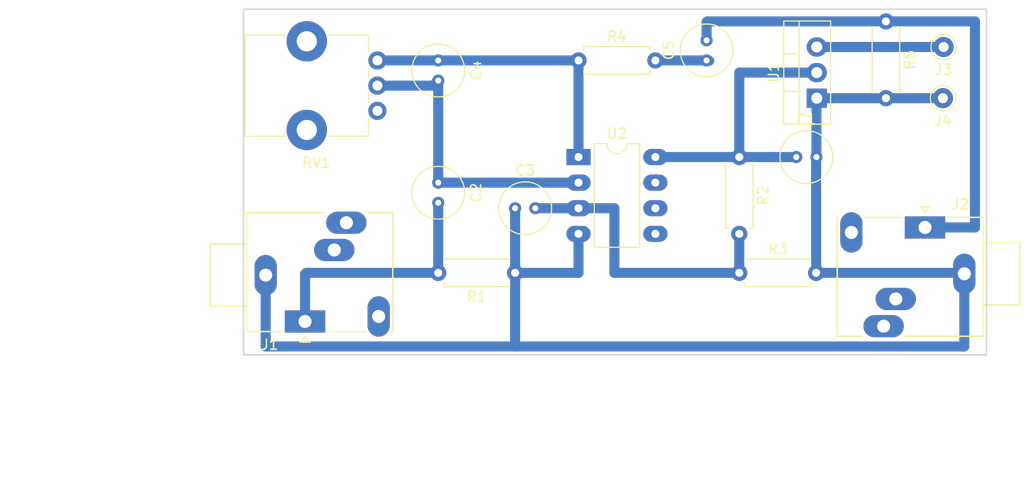
<source format=kicad_pcb>
(kicad_pcb (version 20171130) (host pcbnew 5.0.1-33cea8e~68~ubuntu18.04.1)

  (general
    (thickness 1.6)
    (drawings 10)
    (tracks 56)
    (zones 0)
    (modules 17)
    (nets 17)
  )

  (page A4)
  (layers
    (0 F.Cu signal)
    (31 B.Cu signal)
    (32 B.Adhes user)
    (33 F.Adhes user)
    (34 B.Paste user)
    (35 F.Paste user)
    (36 B.SilkS user)
    (37 F.SilkS user)
    (38 B.Mask user)
    (39 F.Mask user)
    (40 Dwgs.User user)
    (41 Cmts.User user)
    (42 Eco1.User user)
    (43 Eco2.User user)
    (44 Edge.Cuts user)
    (45 Margin user)
    (46 B.CrtYd user)
    (47 F.CrtYd user)
    (48 B.Fab user)
    (49 F.Fab user)
  )

  (setup
    (last_trace_width 1)
    (trace_clearance 0.2)
    (zone_clearance 0.508)
    (zone_45_only no)
    (trace_min 0.2)
    (segment_width 0.2)
    (edge_width 0.15)
    (via_size 0.8)
    (via_drill 0.4)
    (via_min_size 0.4)
    (via_min_drill 0.3)
    (uvia_size 0.3)
    (uvia_drill 0.1)
    (uvias_allowed no)
    (uvia_min_size 0.2)
    (uvia_min_drill 0.1)
    (pcb_text_width 0.3)
    (pcb_text_size 1.5 1.5)
    (mod_edge_width 0.15)
    (mod_text_size 1 1)
    (mod_text_width 0.15)
    (pad_size 1.524 1.524)
    (pad_drill 0.762)
    (pad_to_mask_clearance 0.051)
    (solder_mask_min_width 0.25)
    (aux_axis_origin 50.8 152.4)
    (visible_elements FFFFFF7F)
    (pcbplotparams
      (layerselection 0x010fc_ffffffff)
      (usegerberextensions false)
      (usegerberattributes false)
      (usegerberadvancedattributes false)
      (creategerberjobfile false)
      (excludeedgelayer true)
      (linewidth 0.100000)
      (plotframeref false)
      (viasonmask false)
      (mode 1)
      (useauxorigin false)
      (hpglpennumber 1)
      (hpglpenspeed 20)
      (hpglpendiameter 15.000000)
      (psnegative false)
      (psa4output false)
      (plotreference true)
      (plotvalue true)
      (plotinvisibletext false)
      (padsonsilk false)
      (subtractmaskfromsilk false)
      (outputformat 1)
      (mirror false)
      (drillshape 1)
      (scaleselection 1)
      (outputdirectory ""))
  )

  (net 0 "")
  (net 1 "Net-(C1-Pad1)")
  (net 2 GND)
  (net 3 "Net-(C2-Pad2)")
  (net 4 "Net-(C2-Pad1)")
  (net 5 "Net-(C3-Pad2)")
  (net 6 "Net-(C4-Pad1)")
  (net 7 "Net-(C5-Pad1)")
  (net 8 "Net-(C5-Pad2)")
  (net 9 "Net-(J1-PadTN)")
  (net 10 "Net-(J1-PadRN)")
  (net 11 "Net-(J1-PadR)")
  (net 12 "Net-(J2-PadR)")
  (net 13 "Net-(J2-PadRN)")
  (net 14 "Net-(J2-PadTN)")
  (net 15 "Net-(J3-Pad1)")
  (net 16 "Net-(RV1-Pad3)")

  (net_class Default "This is the default net class."
    (clearance 0.2)
    (trace_width 1)
    (via_dia 0.8)
    (via_drill 0.4)
    (uvia_dia 0.3)
    (uvia_drill 0.1)
    (add_net GND)
    (add_net "Net-(C1-Pad1)")
    (add_net "Net-(C2-Pad1)")
    (add_net "Net-(C2-Pad2)")
    (add_net "Net-(C3-Pad2)")
    (add_net "Net-(C4-Pad1)")
    (add_net "Net-(C5-Pad1)")
    (add_net "Net-(C5-Pad2)")
    (add_net "Net-(J1-PadR)")
    (add_net "Net-(J1-PadRN)")
    (add_net "Net-(J1-PadTN)")
    (add_net "Net-(J2-PadR)")
    (add_net "Net-(J2-PadRN)")
    (add_net "Net-(J2-PadTN)")
    (add_net "Net-(J3-Pad1)")
    (add_net "Net-(RV1-Pad3)")
  )

  (module Connector_Audio:StereoJack_3.5mm_Switch_Ledino_KB3SPRS_Horizontal (layer F.Cu) (tedit 5BD60989) (tstamp 5BEA1E26)
    (at 118.364 139.7635 180)
    (descr https://www.reichelt.de/index.html?ACTION=7&LA=3&OPEN=0&INDEX=0&FILENAME=C160%252FKB3SPRS.pdf)
    (tags "jack stereo TRS")
    (path /5BD6A224)
    (fp_text reference J2 (at -3.5 2.3 180) (layer F.SilkS)
      (effects (font (size 1 1) (thickness 0.15)))
    )
    (fp_text value Output (at 2.3 -12.2 180) (layer F.Fab)
      (effects (font (size 1 1) (thickness 0.15)))
    )
    (fp_circle (center 0.1 -1.75) (end 0.4 -1.55) (layer F.Fab) (width 0.12))
    (fp_line (start 9.1 2) (end 9.1 -11.4) (layer F.CrtYd) (width 0.05))
    (fp_line (start -9.8 -11.4) (end -9.8 2) (layer F.CrtYd) (width 0.05))
    (fp_line (start -9.4 -1.5) (end -5.8 -1.5) (layer F.SilkS) (width 0.15))
    (fp_line (start -9.4 -7.7) (end -9.4 -1.5) (layer F.SilkS) (width 0.15))
    (fp_line (start -5.8 -7.7) (end -9.4 -7.7) (layer F.SilkS) (width 0.15))
    (fp_line (start -5.8 1) (end -5.8 -10.8) (layer F.SilkS) (width 0.15))
    (fp_line (start -2.25 1) (end -5.8 1) (layer F.SilkS) (width 0.15))
    (fp_line (start 6 1) (end 2.25 1) (layer F.SilkS) (width 0.15))
    (fp_line (start 8.7 1) (end 8.6 1) (layer F.SilkS) (width 0.15))
    (fp_line (start 8.7 -10.8) (end 8.7 1) (layer F.SilkS) (width 0.15))
    (fp_line (start 6.3 -10.8) (end 8.7 -10.8) (layer F.SilkS) (width 0.15))
    (fp_line (start -5.8 -10.8) (end 1.95 -10.8) (layer F.SilkS) (width 0.15))
    (fp_line (start 9.1 -11.4) (end -9.8 -11.4) (layer F.CrtYd) (width 0.05))
    (fp_line (start -9.8 2) (end 9.1 2) (layer F.CrtYd) (width 0.05))
    (fp_line (start 8.6 -10.7) (end -5.7 -10.7) (layer F.Fab) (width 0.1))
    (fp_line (start 8.6 0.9) (end 8.6 -10.7) (layer F.Fab) (width 0.1))
    (fp_line (start -5.7 0.9) (end 8.6 0.9) (layer F.Fab) (width 0.1))
    (fp_line (start -5.7 -10.7) (end -5.7 0.9) (layer F.Fab) (width 0.1))
    (fp_line (start -9.3 -7.6) (end -5.7 -7.6) (layer F.Fab) (width 0.1))
    (fp_line (start -9.3 -1.6) (end -5.7 -1.6) (layer F.Fab) (width 0.1))
    (fp_line (start -9.3 -7.6) (end -9.3 -1.6) (layer F.Fab) (width 0.1))
    (fp_line (start 0 1.5) (end -0.5 2.05) (layer F.SilkS) (width 0.12))
    (fp_line (start -0.5 2.05) (end 0.5 2.05) (layer F.SilkS) (width 0.12))
    (fp_line (start 0.5 2.05) (end 0 1.5) (layer F.SilkS) (width 0.12))
    (fp_text user %R (at 2.7 -4.6 180) (layer F.Fab)
      (effects (font (size 1 1) (thickness 0.15)))
    )
    (pad S thru_hole oval (at -3.9 -4.6 180) (size 2.2 4) (drill 1.3) (layers *.Cu *.Mask)
      (net 2 GND))
    (pad R thru_hole oval (at 4.1 -9.8 180) (size 4 2.2) (drill 1.3) (layers *.Cu *.Mask)
      (net 12 "Net-(J2-PadR)"))
    (pad RN thru_hole oval (at 2.9 -7.1 180) (size 4 2.2) (drill 1.3) (layers *.Cu *.Mask)
      (net 13 "Net-(J2-PadRN)"))
    (pad TN thru_hole oval (at 7.3 -0.5 270) (size 4 2.2) (drill 1.3) (layers *.Cu *.Mask)
      (net 14 "Net-(J2-PadTN)"))
    (pad T thru_hole rect (at 0 0 180) (size 4 2.2) (drill 1.3) (layers *.Cu *.Mask)
      (net 8 "Net-(C5-Pad2)"))
    (model ${KISYS3DMOD}/Connector_Audio.3dshapes/StereoJack_3.5mm_Switch_Ledino_KB3SPRS_Horizontal.wrl
      (at (xyz 0 0 0))
      (scale (xyz 1 1 1))
      (rotate (xyz 0 0 0))
    )
    (model /home/androiders/kicad_libs/legacy/packages3d/Relays_THT.3dshapes/Relay_DPDT_Omron_G5V-2.wrl
      (offset (xyz 8 9.5 0))
      (scale (xyz 1.3 0.8 0.5))
      (rotate (xyz 0 0 90))
    )
  )

  (module Connector_Audio:StereoJack_3.5mm_Switch_Ledino_KB3SPRS_Horizontal (layer F.Cu) (tedit 5BD60930) (tstamp 5BEA5224)
    (at 56.896 149.098)
    (descr https://www.reichelt.de/index.html?ACTION=7&LA=3&OPEN=0&INDEX=0&FILENAME=C160%252FKB3SPRS.pdf)
    (tags "jack stereo TRS")
    (path /5BD688BF)
    (fp_text reference J1 (at -3.5 2.3) (layer F.SilkS)
      (effects (font (size 1 1) (thickness 0.15)))
    )
    (fp_text value Input (at 2.3 -12.2) (layer F.Fab)
      (effects (font (size 1 1) (thickness 0.15)))
    )
    (fp_text user %R (at 2.7 -4.6) (layer F.Fab)
      (effects (font (size 1 1) (thickness 0.15)))
    )
    (fp_line (start 0.5 2.05) (end 0 1.5) (layer F.SilkS) (width 0.12))
    (fp_line (start -0.5 2.05) (end 0.5 2.05) (layer F.SilkS) (width 0.12))
    (fp_line (start 0 1.5) (end -0.5 2.05) (layer F.SilkS) (width 0.12))
    (fp_line (start -9.3 -7.6) (end -9.3 -1.6) (layer F.Fab) (width 0.1))
    (fp_line (start -9.3 -1.6) (end -5.7 -1.6) (layer F.Fab) (width 0.1))
    (fp_line (start -9.3 -7.6) (end -5.7 -7.6) (layer F.Fab) (width 0.1))
    (fp_line (start -5.7 -10.7) (end -5.7 0.9) (layer F.Fab) (width 0.1))
    (fp_line (start -5.7 0.9) (end 8.6 0.9) (layer F.Fab) (width 0.1))
    (fp_line (start 8.6 0.9) (end 8.6 -10.7) (layer F.Fab) (width 0.1))
    (fp_line (start 8.6 -10.7) (end -5.7 -10.7) (layer F.Fab) (width 0.1))
    (fp_line (start -9.8 2) (end 9.1 2) (layer F.CrtYd) (width 0.05))
    (fp_line (start 9.1 -11.4) (end -9.8 -11.4) (layer F.CrtYd) (width 0.05))
    (fp_line (start -5.8 -10.8) (end 1.95 -10.8) (layer F.SilkS) (width 0.15))
    (fp_line (start 6.3 -10.8) (end 8.7 -10.8) (layer F.SilkS) (width 0.15))
    (fp_line (start 8.7 -10.8) (end 8.7 1) (layer F.SilkS) (width 0.15))
    (fp_line (start 8.7 1) (end 8.6 1) (layer F.SilkS) (width 0.15))
    (fp_line (start 6 1) (end 2.25 1) (layer F.SilkS) (width 0.15))
    (fp_line (start -2.25 1) (end -5.8 1) (layer F.SilkS) (width 0.15))
    (fp_line (start -5.8 1) (end -5.8 -10.8) (layer F.SilkS) (width 0.15))
    (fp_line (start -5.8 -7.7) (end -9.4 -7.7) (layer F.SilkS) (width 0.15))
    (fp_line (start -9.4 -7.7) (end -9.4 -1.5) (layer F.SilkS) (width 0.15))
    (fp_line (start -9.4 -1.5) (end -5.8 -1.5) (layer F.SilkS) (width 0.15))
    (fp_line (start -9.8 -11.4) (end -9.8 2) (layer F.CrtYd) (width 0.05))
    (fp_line (start 9.1 2) (end 9.1 -11.4) (layer F.CrtYd) (width 0.05))
    (fp_circle (center 0.1 -1.75) (end 0.4 -1.55) (layer F.Fab) (width 0.12))
    (pad T thru_hole rect (at 0 0) (size 4 2.2) (drill 1.3) (layers *.Cu *.Mask)
      (net 3 "Net-(C2-Pad2)"))
    (pad TN thru_hole oval (at 7.3 -0.5 90) (size 4 2.2) (drill 1.3) (layers *.Cu *.Mask)
      (net 9 "Net-(J1-PadTN)"))
    (pad RN thru_hole oval (at 2.9 -7.1) (size 4 2.2) (drill 1.3) (layers *.Cu *.Mask)
      (net 10 "Net-(J1-PadRN)"))
    (pad R thru_hole oval (at 4.1 -9.8) (size 4 2.2) (drill 1.3) (layers *.Cu *.Mask)
      (net 11 "Net-(J1-PadR)"))
    (pad S thru_hole oval (at -3.9 -4.6) (size 2.2 4) (drill 1.3) (layers *.Cu *.Mask)
      (net 2 GND))
    (model ${KISYS3DMOD}/Connector_Audio.3dshapes/StereoJack_3.5mm_Switch_Ledino_KB3SPRS_Horizontal.wrl
      (at (xyz 0 0 0))
      (scale (xyz 1 0.8 1))
      (rotate (xyz 0 0 0))
    )
    (model /home/androiders/kicad_libs/legacy/packages3d/Relays_THT.3dshapes/Relay_DPDT_Omron_G5V-2.wrl
      (offset (xyz 8.5 9 0))
      (scale (xyz 1.1 0.8 0.6))
      (rotate (xyz 0 0 90))
    )
  )

  (module Potentiometer_THT:Potentiometer_Alps_RK09K_Single_Vertical (layer F.Cu) (tedit 5BD6083F) (tstamp 5BEA1EC9)
    (at 64.0715 123.19 180)
    (descr "Potentiometer, vertical, Alps RK09K Single, http://www.alps.com/prod/info/E/HTML/Potentiometer/RotaryPotentiometers/RK09K/RK09K_list.html")
    (tags "Potentiometer vertical Alps RK09K Single")
    (path /5BD5EEAB)
    (fp_text reference RV1 (at 6.05 -10.15 180) (layer F.SilkS)
      (effects (font (size 1 1) (thickness 0.15)))
    )
    (fp_text value 100K (at 6.05 5.15 180) (layer F.Fab)
      (effects (font (size 1 1) (thickness 0.15)))
    )
    (fp_circle (center 7.5 -2.5) (end 10.5 -2.5) (layer F.Fab) (width 0.1))
    (fp_line (start 1 -7.4) (end 1 2.4) (layer F.Fab) (width 0.1))
    (fp_line (start 1 2.4) (end 13 2.4) (layer F.Fab) (width 0.1))
    (fp_line (start 13 2.4) (end 13 -7.4) (layer F.Fab) (width 0.1))
    (fp_line (start 13 -7.4) (end 1 -7.4) (layer F.Fab) (width 0.1))
    (fp_line (start 0.88 -7.521) (end 4.817 -7.521) (layer F.SilkS) (width 0.12))
    (fp_line (start 9.184 -7.521) (end 13.12 -7.521) (layer F.SilkS) (width 0.12))
    (fp_line (start 0.88 2.52) (end 4.817 2.52) (layer F.SilkS) (width 0.12))
    (fp_line (start 9.184 2.52) (end 13.12 2.52) (layer F.SilkS) (width 0.12))
    (fp_line (start 0.88 -7.521) (end 0.88 -5.871) (layer F.SilkS) (width 0.12))
    (fp_line (start 0.88 -4.129) (end 0.88 -3.37) (layer F.SilkS) (width 0.12))
    (fp_line (start 0.88 -1.629) (end 0.88 -0.87) (layer F.SilkS) (width 0.12))
    (fp_line (start 0.88 0.87) (end 0.88 2.52) (layer F.SilkS) (width 0.12))
    (fp_line (start 13.12 -7.521) (end 13.12 2.52) (layer F.SilkS) (width 0.12))
    (fp_line (start -1.15 -9.15) (end -1.15 4.15) (layer F.CrtYd) (width 0.05))
    (fp_line (start -1.15 4.15) (end 13.25 4.15) (layer F.CrtYd) (width 0.05))
    (fp_line (start 13.25 4.15) (end 13.25 -9.15) (layer F.CrtYd) (width 0.05))
    (fp_line (start 13.25 -9.15) (end -1.15 -9.15) (layer F.CrtYd) (width 0.05))
    (fp_text user %R (at 2 -2.5 270) (layer F.Fab)
      (effects (font (size 1 1) (thickness 0.15)))
    )
    (pad 3 thru_hole circle (at 0 -5 180) (size 1.8 1.8) (drill 1) (layers *.Cu *.Mask)
      (net 16 "Net-(RV1-Pad3)"))
    (pad 2 thru_hole circle (at 0 -2.5 180) (size 1.8 1.8) (drill 1) (layers *.Cu *.Mask)
      (net 4 "Net-(C2-Pad1)"))
    (pad 1 thru_hole circle (at 0 0 180) (size 1.8 1.8) (drill 1) (layers *.Cu *.Mask)
      (net 6 "Net-(C4-Pad1)"))
    (pad "" np_thru_hole circle (at 7 -6.9 180) (size 4 4) (drill 2) (layers *.Cu *.Mask))
    (pad "" np_thru_hole circle (at 7 1.9 180) (size 4 4) (drill 2) (layers *.Cu *.Mask))
    (model ${KISYS3DMOD}/Potentiometer_THT.3dshapes/Potentiometer_Alps_RK09K_Single_Vertical.wrl
      (at (xyz 0 0 0))
      (scale (xyz 1 1 1))
      (rotate (xyz 0 0 0))
    )
    (model /home/androiders/kicad_libs/legacy/packages3d/Potentiometers.3dshapes/Potentiometer_Alps_RK09K_Vertical.wrl
      (at (xyz 0 0 0))
      (scale (xyz 0.4 0.4 0.4))
      (rotate (xyz 0 0 0))
    )
  )

  (module Capacitor_THT:C_Radial_D5.0mm_H5.0mm_P2.00mm (layer F.Cu) (tedit 5BD60286) (tstamp 5BEA1DCC)
    (at 77.724 137.8585)
    (descr "C, Radial series, Radial, pin pitch=2.00mm, diameter=5mm, height=5mm, Non-Polar Electrolytic Capacitor")
    (tags "C Radial series Radial pin pitch 2.00mm diameter 5mm height 5mm Non-Polar Electrolytic Capacitor")
    (path /5BD6036A)
    (fp_text reference C3 (at 1 -3.75) (layer F.SilkS)
      (effects (font (size 1 1) (thickness 0.15)))
    )
    (fp_text value 20pF (at 1 3.75) (layer F.Fab)
      (effects (font (size 1 1) (thickness 0.15)))
    )
    (fp_text user %R (at 1 0) (layer F.Fab)
      (effects (font (size 1 1) (thickness 0.15)))
    )
    (fp_circle (center 1 0) (end 3.75 0) (layer F.CrtYd) (width 0.05))
    (fp_circle (center 1 0) (end 3.62 0) (layer F.SilkS) (width 0.12))
    (fp_circle (center 1 0) (end 3.5 0) (layer F.Fab) (width 0.1))
    (pad 2 thru_hole circle (at 2 0) (size 1.2 1.2) (drill 0.6) (layers *.Cu *.Mask)
      (net 5 "Net-(C3-Pad2)"))
    (pad 1 thru_hole circle (at 0 0) (size 1.2 1.2) (drill 0.6) (layers *.Cu *.Mask)
      (net 2 GND))
    (model ${KISYS3DMOD}/Capacitor_THT.3dshapes/C_Radial_D5.0mm_H5.0mm_P2.00mm.wrl
      (at (xyz 0 0 0))
      (scale (xyz 1 1 1))
      (rotate (xyz 0 0 0))
    )
    (model ${KISYS3DMOD}/Capacitor_THT.3dshapes/C_Disc_D3.8mm_W2.6mm_P2.50mm.step
      (at (xyz 0 0 0))
      (scale (xyz 1 1 1))
      (rotate (xyz 0 0 0))
    )
  )

  (module Capacitor_THT:C_Radial_D5.0mm_H5.0mm_P2.00mm (layer F.Cu) (tedit 5BD60260) (tstamp 5BEA1DD6)
    (at 70.104 123.19 270)
    (descr "C, Radial series, Radial, pin pitch=2.00mm, diameter=5mm, height=5mm, Non-Polar Electrolytic Capacitor")
    (tags "C Radial series Radial pin pitch 2.00mm diameter 5mm height 5mm Non-Polar Electrolytic Capacitor")
    (path /5BD5E904)
    (fp_text reference C4 (at 1 -3.75 270) (layer F.SilkS)
      (effects (font (size 1 1) (thickness 0.15)))
    )
    (fp_text value 15pF (at 1 3.75 270) (layer F.Fab)
      (effects (font (size 1 1) (thickness 0.15)))
    )
    (fp_circle (center 1 0) (end 3.5 0) (layer F.Fab) (width 0.1))
    (fp_circle (center 1 0) (end 3.62 0) (layer F.SilkS) (width 0.12))
    (fp_circle (center 1 0) (end 3.75 0) (layer F.CrtYd) (width 0.05))
    (fp_text user %R (at 1 0 270) (layer F.Fab)
      (effects (font (size 1 1) (thickness 0.15)))
    )
    (pad 1 thru_hole circle (at 0 0 270) (size 1.2 1.2) (drill 0.6) (layers *.Cu *.Mask)
      (net 6 "Net-(C4-Pad1)"))
    (pad 2 thru_hole circle (at 2 0 270) (size 1.2 1.2) (drill 0.6) (layers *.Cu *.Mask)
      (net 4 "Net-(C2-Pad1)"))
    (model ${KISYS3DMOD}/Capacitor_THT.3dshapes/C_Radial_D5.0mm_H5.0mm_P2.00mm.wrl
      (at (xyz 0 0 0))
      (scale (xyz 1 1 1))
      (rotate (xyz 0 0 0))
    )
    (model ${KISYS3DMOD}/Capacitor_THT.3dshapes/C_Disc_D3.0mm_W2.0mm_P2.50mm.wrl
      (at (xyz 0 0 0))
      (scale (xyz 1 1 1))
      (rotate (xyz 0 0 0))
    )
  )

  (module Capacitor_THT:C_Radial_D5.0mm_H5.0mm_P2.00mm (layer F.Cu) (tedit 5BD6022B) (tstamp 5BEA1DB8)
    (at 105.6005 132.7785)
    (descr "C, Radial series, Radial, pin pitch=2.00mm, diameter=5mm, height=5mm, Non-Polar Electrolytic Capacitor")
    (tags "C Radial series Radial pin pitch 2.00mm diameter 5mm height 5mm Non-Polar Electrolytic Capacitor")
    (path /5BD5E999)
    (fp_text reference C1 (at 1 -3.75) (layer F.SilkS)
      (effects (font (size 1 1) (thickness 0.15)))
    )
    (fp_text value 15pF (at 1 3.75) (layer F.Fab)
      (effects (font (size 1 1) (thickness 0.15)))
    )
    (fp_circle (center 1 0) (end 3.5 0) (layer F.Fab) (width 0.1))
    (fp_circle (center 1 0) (end 3.62 0) (layer F.SilkS) (width 0.12))
    (fp_circle (center 1 0) (end 3.75 0) (layer F.CrtYd) (width 0.05))
    (fp_text user %R (at 1 0) (layer F.Fab)
      (effects (font (size 1 1) (thickness 0.15)))
    )
    (pad 1 thru_hole circle (at 0 0) (size 1.2 1.2) (drill 0.6) (layers *.Cu *.Mask)
      (net 1 "Net-(C1-Pad1)"))
    (pad 2 thru_hole circle (at 2 0) (size 1.2 1.2) (drill 0.6) (layers *.Cu *.Mask)
      (net 2 GND))
    (model ${KISYS3DMOD}/Capacitor_THT.3dshapes/C_Disc_D3.0mm_W2.0mm_P2.50mm.step
      (at (xyz 0 0 0))
      (scale (xyz 1 1 1))
      (rotate (xyz 0 0 0))
    )
  )

  (module Capacitor_THT:C_Radial_D5.0mm_H5.0mm_P2.00mm (layer F.Cu) (tedit 5BD6012D) (tstamp 5BEA5CEE)
    (at 70.104 135.3185 270)
    (descr "C, Radial series, Radial, pin pitch=2.00mm, diameter=5mm, height=5mm, Non-Polar Electrolytic Capacitor")
    (tags "C Radial series Radial pin pitch 2.00mm diameter 5mm height 5mm Non-Polar Electrolytic Capacitor")
    (path /5BD5E84F)
    (fp_text reference C2 (at 1 -3.75 270) (layer F.SilkS)
      (effects (font (size 1 1) (thickness 0.15)))
    )
    (fp_text value 2.2uF (at 1 3.75 270) (layer F.Fab)
      (effects (font (size 1 1) (thickness 0.15)))
    )
    (fp_text user %R (at 1 0 270) (layer F.Fab)
      (effects (font (size 1 1) (thickness 0.15)))
    )
    (fp_circle (center 1 0) (end 3.75 0) (layer F.CrtYd) (width 0.05))
    (fp_circle (center 1 0) (end 3.62 0) (layer F.SilkS) (width 0.12))
    (fp_circle (center 1 0) (end 3.5 0) (layer F.Fab) (width 0.1))
    (pad 2 thru_hole circle (at 2 0 270) (size 1.2 1.2) (drill 0.6) (layers *.Cu *.Mask)
      (net 3 "Net-(C2-Pad2)"))
    (pad 1 thru_hole circle (at 0 0 270) (size 1.2 1.2) (drill 0.6) (layers *.Cu *.Mask)
      (net 4 "Net-(C2-Pad1)"))
    (model ${KISYS3DMOD}/Capacitor_THT.3dshapes/CP_Radial_D5.0mm_P2.00mm.wrl
      (at (xyz 0 0 0))
      (scale (xyz 1 1 1))
      (rotate (xyz 0 0 0))
    )
  )

  (module Capacitor_THT:C_Radial_D5.0mm_H5.0mm_P2.00mm (layer F.Cu) (tedit 5BD600A2) (tstamp 5BEA1DE0)
    (at 96.7105 123.19 90)
    (descr "C, Radial series, Radial, pin pitch=2.00mm, diameter=5mm, height=5mm, Non-Polar Electrolytic Capacitor")
    (tags "C Radial series Radial pin pitch 2.00mm diameter 5mm height 5mm Non-Polar Electrolytic Capacitor")
    (path /5BD5E7A0)
    (fp_text reference C5 (at 1 -3.75 90) (layer F.SilkS)
      (effects (font (size 1 1) (thickness 0.15)))
    )
    (fp_text value 2.2uF (at 1 3.75 90) (layer F.Fab)
      (effects (font (size 1 1) (thickness 0.15)))
    )
    (fp_circle (center 1 0) (end 3.5 0) (layer F.Fab) (width 0.1))
    (fp_circle (center 1 0) (end 3.62 0) (layer F.SilkS) (width 0.12))
    (fp_circle (center 1 0) (end 3.75 0) (layer F.CrtYd) (width 0.05))
    (fp_text user %R (at 1 0 90) (layer F.Fab)
      (effects (font (size 1 1) (thickness 0.15)))
    )
    (pad 1 thru_hole circle (at 0 0 90) (size 1.2 1.2) (drill 0.6) (layers *.Cu *.Mask)
      (net 7 "Net-(C5-Pad1)"))
    (pad 2 thru_hole circle (at 2 0 90) (size 1.2 1.2) (drill 0.6) (layers *.Cu *.Mask)
      (net 8 "Net-(C5-Pad2)"))
    (model ${KISYS3DMOD}/Capacitor_THT.3dshapes/CP_Radial_D5.0mm_P2.00mm.wrl
      (at (xyz 0 0 0))
      (scale (xyz 1 1 1))
      (rotate (xyz 0 0 0))
    )
  )

  (module Connector_Pin:Pin_D1.0mm_L10.0mm (layer F.Cu) (tedit 5A1DC084) (tstamp 5BEA1E30)
    (at 120.2055 121.8565)
    (descr "solder Pin_ diameter 1.0mm, hole diameter 1.0mm (press fit), length 10.0mm")
    (tags "solder Pin_ press fit")
    (path /5BD705D1)
    (fp_text reference J3 (at 0 2.25) (layer F.SilkS)
      (effects (font (size 1 1) (thickness 0.15)))
    )
    (fp_text value Vdd (at 0 -2.05) (layer F.Fab)
      (effects (font (size 1 1) (thickness 0.15)))
    )
    (fp_circle (center 0 0) (end 1.25 0.05) (layer F.SilkS) (width 0.12))
    (fp_circle (center 0 0) (end 1 0) (layer F.Fab) (width 0.12))
    (fp_circle (center 0 0) (end 0.5 0) (layer F.Fab) (width 0.12))
    (fp_circle (center 0 0) (end 1.5 0) (layer F.CrtYd) (width 0.05))
    (fp_text user %R (at 0 2.25) (layer F.Fab)
      (effects (font (size 1 1) (thickness 0.15)))
    )
    (pad 1 thru_hole circle (at 0 0) (size 2 2) (drill 1) (layers *.Cu *.Mask)
      (net 15 "Net-(J3-Pad1)"))
    (model ${KISYS3DMOD}/Connector_Pin.3dshapes/Pin_D1.0mm_L10.0mm.wrl
      (at (xyz 0 0 0))
      (scale (xyz 1 1 1))
      (rotate (xyz 0 0 0))
    )
  )

  (module Connector_Pin:Pin_D1.0mm_L10.0mm (layer F.Cu) (tedit 5A1DC084) (tstamp 5BEA1E3A)
    (at 120.142 126.9365)
    (descr "solder Pin_ diameter 1.0mm, hole diameter 1.0mm (press fit), length 10.0mm")
    (tags "solder Pin_ press fit")
    (path /5BD7063F)
    (fp_text reference J4 (at 0 2.25) (layer F.SilkS)
      (effects (font (size 1 1) (thickness 0.15)))
    )
    (fp_text value Gnd (at 0 -2.05) (layer F.Fab)
      (effects (font (size 1 1) (thickness 0.15)))
    )
    (fp_text user %R (at 0 2.25) (layer F.Fab)
      (effects (font (size 1 1) (thickness 0.15)))
    )
    (fp_circle (center 0 0) (end 1.5 0) (layer F.CrtYd) (width 0.05))
    (fp_circle (center 0 0) (end 0.5 0) (layer F.Fab) (width 0.12))
    (fp_circle (center 0 0) (end 1 0) (layer F.Fab) (width 0.12))
    (fp_circle (center 0 0) (end 1.25 0.05) (layer F.SilkS) (width 0.12))
    (pad 1 thru_hole circle (at 0 0) (size 2 2) (drill 1) (layers *.Cu *.Mask)
      (net 2 GND))
    (model ${KISYS3DMOD}/Connector_Pin.3dshapes/Pin_D1.0mm_L10.0mm.wrl
      (at (xyz 0 0 0))
      (scale (xyz 1 1 1))
      (rotate (xyz 0 0 0))
    )
  )

  (module Resistor_THT:R_Axial_DIN0207_L6.3mm_D2.5mm_P7.62mm_Horizontal (layer F.Cu) (tedit 5AE5139B) (tstamp 5BEA5C78)
    (at 77.724 144.272 180)
    (descr "Resistor, Axial_DIN0207 series, Axial, Horizontal, pin pitch=7.62mm, 0.25W = 1/4W, length*diameter=6.3*2.5mm^2, http://cdn-reichelt.de/documents/datenblatt/B400/1_4W%23YAG.pdf")
    (tags "Resistor Axial_DIN0207 series Axial Horizontal pin pitch 7.62mm 0.25W = 1/4W length 6.3mm diameter 2.5mm")
    (path /5BD5C73A)
    (fp_text reference R1 (at 3.81 -2.37 180) (layer F.SilkS)
      (effects (font (size 1 1) (thickness 0.15)))
    )
    (fp_text value 2K7 (at 3.81 2.37 180) (layer F.Fab)
      (effects (font (size 1 1) (thickness 0.15)))
    )
    (fp_text user %R (at 3.81 0 180) (layer F.Fab)
      (effects (font (size 1 1) (thickness 0.15)))
    )
    (fp_line (start 8.67 -1.5) (end -1.05 -1.5) (layer F.CrtYd) (width 0.05))
    (fp_line (start 8.67 1.5) (end 8.67 -1.5) (layer F.CrtYd) (width 0.05))
    (fp_line (start -1.05 1.5) (end 8.67 1.5) (layer F.CrtYd) (width 0.05))
    (fp_line (start -1.05 -1.5) (end -1.05 1.5) (layer F.CrtYd) (width 0.05))
    (fp_line (start 7.08 1.37) (end 7.08 1.04) (layer F.SilkS) (width 0.12))
    (fp_line (start 0.54 1.37) (end 7.08 1.37) (layer F.SilkS) (width 0.12))
    (fp_line (start 0.54 1.04) (end 0.54 1.37) (layer F.SilkS) (width 0.12))
    (fp_line (start 7.08 -1.37) (end 7.08 -1.04) (layer F.SilkS) (width 0.12))
    (fp_line (start 0.54 -1.37) (end 7.08 -1.37) (layer F.SilkS) (width 0.12))
    (fp_line (start 0.54 -1.04) (end 0.54 -1.37) (layer F.SilkS) (width 0.12))
    (fp_line (start 7.62 0) (end 6.96 0) (layer F.Fab) (width 0.1))
    (fp_line (start 0 0) (end 0.66 0) (layer F.Fab) (width 0.1))
    (fp_line (start 6.96 -1.25) (end 0.66 -1.25) (layer F.Fab) (width 0.1))
    (fp_line (start 6.96 1.25) (end 6.96 -1.25) (layer F.Fab) (width 0.1))
    (fp_line (start 0.66 1.25) (end 6.96 1.25) (layer F.Fab) (width 0.1))
    (fp_line (start 0.66 -1.25) (end 0.66 1.25) (layer F.Fab) (width 0.1))
    (pad 2 thru_hole oval (at 7.62 0 180) (size 1.6 1.6) (drill 0.8) (layers *.Cu *.Mask)
      (net 3 "Net-(C2-Pad2)"))
    (pad 1 thru_hole circle (at 0 0 180) (size 1.6 1.6) (drill 0.8) (layers *.Cu *.Mask)
      (net 2 GND))
    (model ${KISYS3DMOD}/Resistor_THT.3dshapes/R_Axial_DIN0207_L6.3mm_D2.5mm_P7.62mm_Horizontal.wrl
      (at (xyz 0 0 0))
      (scale (xyz 1 1 1))
      (rotate (xyz 0 0 0))
    )
  )

  (module Resistor_THT:R_Axial_DIN0207_L6.3mm_D2.5mm_P7.62mm_Horizontal (layer F.Cu) (tedit 5AE5139B) (tstamp 5BEA6045)
    (at 99.949 132.7785 270)
    (descr "Resistor, Axial_DIN0207 series, Axial, Horizontal, pin pitch=7.62mm, 0.25W = 1/4W, length*diameter=6.3*2.5mm^2, http://cdn-reichelt.de/documents/datenblatt/B400/1_4W%23YAG.pdf")
    (tags "Resistor Axial_DIN0207 series Axial Horizontal pin pitch 7.62mm 0.25W = 1/4W length 6.3mm diameter 2.5mm")
    (path /5BD5C66B)
    (fp_text reference R2 (at 3.81 -2.37 270) (layer F.SilkS)
      (effects (font (size 1 1) (thickness 0.15)))
    )
    (fp_text value 56K (at 3.81 2.37 270) (layer F.Fab)
      (effects (font (size 1 1) (thickness 0.15)))
    )
    (fp_text user %R (at 3.81 0 270) (layer F.Fab)
      (effects (font (size 1 1) (thickness 0.15)))
    )
    (fp_line (start 8.67 -1.5) (end -1.05 -1.5) (layer F.CrtYd) (width 0.05))
    (fp_line (start 8.67 1.5) (end 8.67 -1.5) (layer F.CrtYd) (width 0.05))
    (fp_line (start -1.05 1.5) (end 8.67 1.5) (layer F.CrtYd) (width 0.05))
    (fp_line (start -1.05 -1.5) (end -1.05 1.5) (layer F.CrtYd) (width 0.05))
    (fp_line (start 7.08 1.37) (end 7.08 1.04) (layer F.SilkS) (width 0.12))
    (fp_line (start 0.54 1.37) (end 7.08 1.37) (layer F.SilkS) (width 0.12))
    (fp_line (start 0.54 1.04) (end 0.54 1.37) (layer F.SilkS) (width 0.12))
    (fp_line (start 7.08 -1.37) (end 7.08 -1.04) (layer F.SilkS) (width 0.12))
    (fp_line (start 0.54 -1.37) (end 7.08 -1.37) (layer F.SilkS) (width 0.12))
    (fp_line (start 0.54 -1.04) (end 0.54 -1.37) (layer F.SilkS) (width 0.12))
    (fp_line (start 7.62 0) (end 6.96 0) (layer F.Fab) (width 0.1))
    (fp_line (start 0 0) (end 0.66 0) (layer F.Fab) (width 0.1))
    (fp_line (start 6.96 -1.25) (end 0.66 -1.25) (layer F.Fab) (width 0.1))
    (fp_line (start 6.96 1.25) (end 6.96 -1.25) (layer F.Fab) (width 0.1))
    (fp_line (start 0.66 1.25) (end 6.96 1.25) (layer F.Fab) (width 0.1))
    (fp_line (start 0.66 -1.25) (end 0.66 1.25) (layer F.Fab) (width 0.1))
    (pad 2 thru_hole oval (at 7.62 0 270) (size 1.6 1.6) (drill 0.8) (layers *.Cu *.Mask)
      (net 5 "Net-(C3-Pad2)"))
    (pad 1 thru_hole circle (at 0 0 270) (size 1.6 1.6) (drill 0.8) (layers *.Cu *.Mask)
      (net 1 "Net-(C1-Pad1)"))
    (model ${KISYS3DMOD}/Resistor_THT.3dshapes/R_Axial_DIN0207_L6.3mm_D2.5mm_P7.62mm_Horizontal.wrl
      (at (xyz 0 0 0))
      (scale (xyz 1 1 1))
      (rotate (xyz 0 0 0))
    )
  )

  (module Resistor_THT:R_Axial_DIN0207_L6.3mm_D2.5mm_P7.62mm_Horizontal (layer F.Cu) (tedit 5AE5139B) (tstamp 5BEAA0AB)
    (at 99.949 144.272)
    (descr "Resistor, Axial_DIN0207 series, Axial, Horizontal, pin pitch=7.62mm, 0.25W = 1/4W, length*diameter=6.3*2.5mm^2, http://cdn-reichelt.de/documents/datenblatt/B400/1_4W%23YAG.pdf")
    (tags "Resistor Axial_DIN0207 series Axial Horizontal pin pitch 7.62mm 0.25W = 1/4W length 6.3mm diameter 2.5mm")
    (path /5BD5C5C2)
    (fp_text reference R3 (at 3.81 -2.37) (layer F.SilkS)
      (effects (font (size 1 1) (thickness 0.15)))
    )
    (fp_text value 56K (at 3.81 2.37) (layer F.Fab)
      (effects (font (size 1 1) (thickness 0.15)))
    )
    (fp_line (start 0.66 -1.25) (end 0.66 1.25) (layer F.Fab) (width 0.1))
    (fp_line (start 0.66 1.25) (end 6.96 1.25) (layer F.Fab) (width 0.1))
    (fp_line (start 6.96 1.25) (end 6.96 -1.25) (layer F.Fab) (width 0.1))
    (fp_line (start 6.96 -1.25) (end 0.66 -1.25) (layer F.Fab) (width 0.1))
    (fp_line (start 0 0) (end 0.66 0) (layer F.Fab) (width 0.1))
    (fp_line (start 7.62 0) (end 6.96 0) (layer F.Fab) (width 0.1))
    (fp_line (start 0.54 -1.04) (end 0.54 -1.37) (layer F.SilkS) (width 0.12))
    (fp_line (start 0.54 -1.37) (end 7.08 -1.37) (layer F.SilkS) (width 0.12))
    (fp_line (start 7.08 -1.37) (end 7.08 -1.04) (layer F.SilkS) (width 0.12))
    (fp_line (start 0.54 1.04) (end 0.54 1.37) (layer F.SilkS) (width 0.12))
    (fp_line (start 0.54 1.37) (end 7.08 1.37) (layer F.SilkS) (width 0.12))
    (fp_line (start 7.08 1.37) (end 7.08 1.04) (layer F.SilkS) (width 0.12))
    (fp_line (start -1.05 -1.5) (end -1.05 1.5) (layer F.CrtYd) (width 0.05))
    (fp_line (start -1.05 1.5) (end 8.67 1.5) (layer F.CrtYd) (width 0.05))
    (fp_line (start 8.67 1.5) (end 8.67 -1.5) (layer F.CrtYd) (width 0.05))
    (fp_line (start 8.67 -1.5) (end -1.05 -1.5) (layer F.CrtYd) (width 0.05))
    (fp_text user %R (at 3.81 0) (layer F.Fab)
      (effects (font (size 1 1) (thickness 0.15)))
    )
    (pad 1 thru_hole circle (at 0 0) (size 1.6 1.6) (drill 0.8) (layers *.Cu *.Mask)
      (net 5 "Net-(C3-Pad2)"))
    (pad 2 thru_hole oval (at 7.62 0) (size 1.6 1.6) (drill 0.8) (layers *.Cu *.Mask)
      (net 2 GND))
    (model ${KISYS3DMOD}/Resistor_THT.3dshapes/R_Axial_DIN0207_L6.3mm_D2.5mm_P7.62mm_Horizontal.wrl
      (at (xyz 0 0 0))
      (scale (xyz 1 1 1))
      (rotate (xyz 0 0 0))
    )
  )

  (module Resistor_THT:R_Axial_DIN0207_L6.3mm_D2.5mm_P7.62mm_Horizontal (layer F.Cu) (tedit 5AE5139B) (tstamp 5BEA3AE8)
    (at 84.0105 123.19)
    (descr "Resistor, Axial_DIN0207 series, Axial, Horizontal, pin pitch=7.62mm, 0.25W = 1/4W, length*diameter=6.3*2.5mm^2, http://cdn-reichelt.de/documents/datenblatt/B400/1_4W%23YAG.pdf")
    (tags "Resistor Axial_DIN0207 series Axial Horizontal pin pitch 7.62mm 0.25W = 1/4W length 6.3mm diameter 2.5mm")
    (path /5BD5C6E0)
    (fp_text reference R4 (at 3.81 -2.37) (layer F.SilkS)
      (effects (font (size 1 1) (thickness 0.15)))
    )
    (fp_text value 47 (at 3.81 2.37) (layer F.Fab)
      (effects (font (size 1 1) (thickness 0.15)))
    )
    (fp_line (start 0.66 -1.25) (end 0.66 1.25) (layer F.Fab) (width 0.1))
    (fp_line (start 0.66 1.25) (end 6.96 1.25) (layer F.Fab) (width 0.1))
    (fp_line (start 6.96 1.25) (end 6.96 -1.25) (layer F.Fab) (width 0.1))
    (fp_line (start 6.96 -1.25) (end 0.66 -1.25) (layer F.Fab) (width 0.1))
    (fp_line (start 0 0) (end 0.66 0) (layer F.Fab) (width 0.1))
    (fp_line (start 7.62 0) (end 6.96 0) (layer F.Fab) (width 0.1))
    (fp_line (start 0.54 -1.04) (end 0.54 -1.37) (layer F.SilkS) (width 0.12))
    (fp_line (start 0.54 -1.37) (end 7.08 -1.37) (layer F.SilkS) (width 0.12))
    (fp_line (start 7.08 -1.37) (end 7.08 -1.04) (layer F.SilkS) (width 0.12))
    (fp_line (start 0.54 1.04) (end 0.54 1.37) (layer F.SilkS) (width 0.12))
    (fp_line (start 0.54 1.37) (end 7.08 1.37) (layer F.SilkS) (width 0.12))
    (fp_line (start 7.08 1.37) (end 7.08 1.04) (layer F.SilkS) (width 0.12))
    (fp_line (start -1.05 -1.5) (end -1.05 1.5) (layer F.CrtYd) (width 0.05))
    (fp_line (start -1.05 1.5) (end 8.67 1.5) (layer F.CrtYd) (width 0.05))
    (fp_line (start 8.67 1.5) (end 8.67 -1.5) (layer F.CrtYd) (width 0.05))
    (fp_line (start 8.67 -1.5) (end -1.05 -1.5) (layer F.CrtYd) (width 0.05))
    (fp_text user %R (at 3.81 0) (layer F.Fab)
      (effects (font (size 1 1) (thickness 0.15)))
    )
    (pad 1 thru_hole circle (at 0 0) (size 1.6 1.6) (drill 0.8) (layers *.Cu *.Mask)
      (net 6 "Net-(C4-Pad1)"))
    (pad 2 thru_hole oval (at 7.62 0) (size 1.6 1.6) (drill 0.8) (layers *.Cu *.Mask)
      (net 7 "Net-(C5-Pad1)"))
    (model ${KISYS3DMOD}/Resistor_THT.3dshapes/R_Axial_DIN0207_L6.3mm_D2.5mm_P7.62mm_Horizontal.wrl
      (at (xyz 0 0 0))
      (scale (xyz 1 1 1))
      (rotate (xyz 0 0 0))
    )
  )

  (module Resistor_THT:R_Axial_DIN0207_L6.3mm_D2.5mm_P7.62mm_Horizontal (layer F.Cu) (tedit 5AE5139B) (tstamp 5BEA1EAD)
    (at 114.4905 119.3165 270)
    (descr "Resistor, Axial_DIN0207 series, Axial, Horizontal, pin pitch=7.62mm, 0.25W = 1/4W, length*diameter=6.3*2.5mm^2, http://cdn-reichelt.de/documents/datenblatt/B400/1_4W%23YAG.pdf")
    (tags "Resistor Axial_DIN0207 series Axial Horizontal pin pitch 7.62mm 0.25W = 1/4W length 6.3mm diameter 2.5mm")
    (path /5BD6220D)
    (fp_text reference R5 (at 3.81 -2.37 270) (layer F.SilkS)
      (effects (font (size 1 1) (thickness 0.15)))
    )
    (fp_text value 10K (at 3.81 2.37 270) (layer F.Fab)
      (effects (font (size 1 1) (thickness 0.15)))
    )
    (fp_line (start 0.66 -1.25) (end 0.66 1.25) (layer F.Fab) (width 0.1))
    (fp_line (start 0.66 1.25) (end 6.96 1.25) (layer F.Fab) (width 0.1))
    (fp_line (start 6.96 1.25) (end 6.96 -1.25) (layer F.Fab) (width 0.1))
    (fp_line (start 6.96 -1.25) (end 0.66 -1.25) (layer F.Fab) (width 0.1))
    (fp_line (start 0 0) (end 0.66 0) (layer F.Fab) (width 0.1))
    (fp_line (start 7.62 0) (end 6.96 0) (layer F.Fab) (width 0.1))
    (fp_line (start 0.54 -1.04) (end 0.54 -1.37) (layer F.SilkS) (width 0.12))
    (fp_line (start 0.54 -1.37) (end 7.08 -1.37) (layer F.SilkS) (width 0.12))
    (fp_line (start 7.08 -1.37) (end 7.08 -1.04) (layer F.SilkS) (width 0.12))
    (fp_line (start 0.54 1.04) (end 0.54 1.37) (layer F.SilkS) (width 0.12))
    (fp_line (start 0.54 1.37) (end 7.08 1.37) (layer F.SilkS) (width 0.12))
    (fp_line (start 7.08 1.37) (end 7.08 1.04) (layer F.SilkS) (width 0.12))
    (fp_line (start -1.05 -1.5) (end -1.05 1.5) (layer F.CrtYd) (width 0.05))
    (fp_line (start -1.05 1.5) (end 8.67 1.5) (layer F.CrtYd) (width 0.05))
    (fp_line (start 8.67 1.5) (end 8.67 -1.5) (layer F.CrtYd) (width 0.05))
    (fp_line (start 8.67 -1.5) (end -1.05 -1.5) (layer F.CrtYd) (width 0.05))
    (fp_text user %R (at 3.81 0 270) (layer F.Fab)
      (effects (font (size 1 1) (thickness 0.15)))
    )
    (pad 1 thru_hole circle (at 0 0 270) (size 1.6 1.6) (drill 0.8) (layers *.Cu *.Mask)
      (net 8 "Net-(C5-Pad2)"))
    (pad 2 thru_hole oval (at 7.62 0 270) (size 1.6 1.6) (drill 0.8) (layers *.Cu *.Mask)
      (net 2 GND))
    (model ${KISYS3DMOD}/Resistor_THT.3dshapes/R_Axial_DIN0207_L6.3mm_D2.5mm_P7.62mm_Horizontal.wrl
      (at (xyz 0 0 0))
      (scale (xyz 1 1 1))
      (rotate (xyz 0 0 0))
    )
  )

  (module Package_TO_SOT_THT:TO-220-3_Vertical (layer F.Cu) (tedit 5AC8BA0D) (tstamp 5BEA1EE3)
    (at 107.6325 126.9365 90)
    (descr "TO-220-3, Vertical, RM 2.54mm, see https://www.vishay.com/docs/66542/to-220-1.pdf")
    (tags "TO-220-3 Vertical RM 2.54mm")
    (path /5BD5CA9C)
    (fp_text reference U1 (at 2.54 -4.27 90) (layer F.SilkS)
      (effects (font (size 1 1) (thickness 0.15)))
    )
    (fp_text value "3.3 reg" (at 2.54 2.5 90) (layer F.Fab)
      (effects (font (size 1 1) (thickness 0.15)))
    )
    (fp_line (start -2.46 -3.15) (end -2.46 1.25) (layer F.Fab) (width 0.1))
    (fp_line (start -2.46 1.25) (end 7.54 1.25) (layer F.Fab) (width 0.1))
    (fp_line (start 7.54 1.25) (end 7.54 -3.15) (layer F.Fab) (width 0.1))
    (fp_line (start 7.54 -3.15) (end -2.46 -3.15) (layer F.Fab) (width 0.1))
    (fp_line (start -2.46 -1.88) (end 7.54 -1.88) (layer F.Fab) (width 0.1))
    (fp_line (start 0.69 -3.15) (end 0.69 -1.88) (layer F.Fab) (width 0.1))
    (fp_line (start 4.39 -3.15) (end 4.39 -1.88) (layer F.Fab) (width 0.1))
    (fp_line (start -2.58 -3.27) (end 7.66 -3.27) (layer F.SilkS) (width 0.12))
    (fp_line (start -2.58 1.371) (end 7.66 1.371) (layer F.SilkS) (width 0.12))
    (fp_line (start -2.58 -3.27) (end -2.58 1.371) (layer F.SilkS) (width 0.12))
    (fp_line (start 7.66 -3.27) (end 7.66 1.371) (layer F.SilkS) (width 0.12))
    (fp_line (start -2.58 -1.76) (end 7.66 -1.76) (layer F.SilkS) (width 0.12))
    (fp_line (start 0.69 -3.27) (end 0.69 -1.76) (layer F.SilkS) (width 0.12))
    (fp_line (start 4.391 -3.27) (end 4.391 -1.76) (layer F.SilkS) (width 0.12))
    (fp_line (start -2.71 -3.4) (end -2.71 1.51) (layer F.CrtYd) (width 0.05))
    (fp_line (start -2.71 1.51) (end 7.79 1.51) (layer F.CrtYd) (width 0.05))
    (fp_line (start 7.79 1.51) (end 7.79 -3.4) (layer F.CrtYd) (width 0.05))
    (fp_line (start 7.79 -3.4) (end -2.71 -3.4) (layer F.CrtYd) (width 0.05))
    (fp_text user %R (at 2.54 -4.27 90) (layer F.Fab)
      (effects (font (size 1 1) (thickness 0.15)))
    )
    (pad 1 thru_hole rect (at 0 0 90) (size 1.905 2) (drill 1.1) (layers *.Cu *.Mask)
      (net 2 GND))
    (pad 2 thru_hole oval (at 2.54 0 90) (size 1.905 2) (drill 1.1) (layers *.Cu *.Mask)
      (net 1 "Net-(C1-Pad1)"))
    (pad 3 thru_hole oval (at 5.08 0 90) (size 1.905 2) (drill 1.1) (layers *.Cu *.Mask)
      (net 15 "Net-(J3-Pad1)"))
    (model ${KISYS3DMOD}/Package_TO_SOT_THT.3dshapes/TO-220-3_Vertical.wrl
      (at (xyz 0 0 0))
      (scale (xyz 1 1 1))
      (rotate (xyz 0 0 0))
    )
  )

  (module Package_DIP:DIP-8_W7.62mm_LongPads (layer F.Cu) (tedit 5A02E8C5) (tstamp 5BEA1EFF)
    (at 84.0105 132.7785)
    (descr "8-lead though-hole mounted DIP package, row spacing 7.62 mm (300 mils), LongPads")
    (tags "THT DIP DIL PDIP 2.54mm 7.62mm 300mil LongPads")
    (path /5BD5C363)
    (fp_text reference U2 (at 3.81 -2.33) (layer F.SilkS)
      (effects (font (size 1 1) (thickness 0.15)))
    )
    (fp_text value LM358 (at 3.81 9.95) (layer F.Fab)
      (effects (font (size 1 1) (thickness 0.15)))
    )
    (fp_arc (start 3.81 -1.33) (end 2.81 -1.33) (angle -180) (layer F.SilkS) (width 0.12))
    (fp_line (start 1.635 -1.27) (end 6.985 -1.27) (layer F.Fab) (width 0.1))
    (fp_line (start 6.985 -1.27) (end 6.985 8.89) (layer F.Fab) (width 0.1))
    (fp_line (start 6.985 8.89) (end 0.635 8.89) (layer F.Fab) (width 0.1))
    (fp_line (start 0.635 8.89) (end 0.635 -0.27) (layer F.Fab) (width 0.1))
    (fp_line (start 0.635 -0.27) (end 1.635 -1.27) (layer F.Fab) (width 0.1))
    (fp_line (start 2.81 -1.33) (end 1.56 -1.33) (layer F.SilkS) (width 0.12))
    (fp_line (start 1.56 -1.33) (end 1.56 8.95) (layer F.SilkS) (width 0.12))
    (fp_line (start 1.56 8.95) (end 6.06 8.95) (layer F.SilkS) (width 0.12))
    (fp_line (start 6.06 8.95) (end 6.06 -1.33) (layer F.SilkS) (width 0.12))
    (fp_line (start 6.06 -1.33) (end 4.81 -1.33) (layer F.SilkS) (width 0.12))
    (fp_line (start -1.45 -1.55) (end -1.45 9.15) (layer F.CrtYd) (width 0.05))
    (fp_line (start -1.45 9.15) (end 9.1 9.15) (layer F.CrtYd) (width 0.05))
    (fp_line (start 9.1 9.15) (end 9.1 -1.55) (layer F.CrtYd) (width 0.05))
    (fp_line (start 9.1 -1.55) (end -1.45 -1.55) (layer F.CrtYd) (width 0.05))
    (fp_text user %R (at 3.81 3.81) (layer F.Fab)
      (effects (font (size 1 1) (thickness 0.15)))
    )
    (pad 1 thru_hole rect (at 0 0) (size 2.4 1.6) (drill 0.8) (layers *.Cu *.Mask)
      (net 6 "Net-(C4-Pad1)"))
    (pad 5 thru_hole oval (at 7.62 7.62) (size 2.4 1.6) (drill 0.8) (layers *.Cu *.Mask))
    (pad 2 thru_hole oval (at 0 2.54) (size 2.4 1.6) (drill 0.8) (layers *.Cu *.Mask)
      (net 4 "Net-(C2-Pad1)"))
    (pad 6 thru_hole oval (at 7.62 5.08) (size 2.4 1.6) (drill 0.8) (layers *.Cu *.Mask))
    (pad 3 thru_hole oval (at 0 5.08) (size 2.4 1.6) (drill 0.8) (layers *.Cu *.Mask)
      (net 5 "Net-(C3-Pad2)"))
    (pad 7 thru_hole oval (at 7.62 2.54) (size 2.4 1.6) (drill 0.8) (layers *.Cu *.Mask))
    (pad 4 thru_hole oval (at 0 7.62) (size 2.4 1.6) (drill 0.8) (layers *.Cu *.Mask)
      (net 2 GND))
    (pad 8 thru_hole oval (at 7.62 0) (size 2.4 1.6) (drill 0.8) (layers *.Cu *.Mask)
      (net 1 "Net-(C1-Pad1)"))
    (model ${KISYS3DMOD}/Package_DIP.3dshapes/DIP-8_W7.62mm.wrl
      (at (xyz 0 0 0))
      (scale (xyz 1 1 1))
      (rotate (xyz 0 0 0))
    )
  )

  (gr_text C5+ (at 95.504 126.0475) (layer Dwgs.User)
    (effects (font (size 1.5 1.5) (thickness 0.3)))
  )
  (gr_text C5- (at 94.869 118.999) (layer Dwgs.User)
    (effects (font (size 1 1) (thickness 0.25)))
  )
  (gr_text C2+ (at 67.183 133.604) (layer Dwgs.User)
    (effects (font (size 1 1) (thickness 0.25)))
  )
  (gr_text C2- (at 68.072 139.1285) (layer Dwgs.User)
    (effects (font (size 1 1) (thickness 0.25)))
  )
  (gr_line (start 124.46 152.4) (end 50.8 152.4) (layer Edge.Cuts) (width 0.15))
  (gr_line (start 124.46 118.11) (end 124.46 152.4) (layer Edge.Cuts) (width 0.15))
  (gr_line (start 50.8 118.11) (end 124.46 118.11) (layer Edge.Cuts) (width 0.15))
  (gr_line (start 50.8 152.4) (end 50.8 118.11) (layer Edge.Cuts) (width 0.15))
  (dimension 34.29 (width 0.3) (layer Margin)
    (gr_text "34,290 mm" (at 32.19 135.255 90) (layer Margin)
      (effects (font (size 1.5 1.5) (thickness 0.3)))
    )
    (feature1 (pts (xy 40.64 118.11) (xy 33.703579 118.11)))
    (feature2 (pts (xy 40.64 152.4) (xy 33.703579 152.4)))
    (crossbar (pts (xy 34.29 152.4) (xy 34.29 118.11)))
    (arrow1a (pts (xy 34.29 118.11) (xy 34.876421 119.236504)))
    (arrow1b (pts (xy 34.29 118.11) (xy 33.703579 119.236504)))
    (arrow2a (pts (xy 34.29 152.4) (xy 34.876421 151.273496)))
    (arrow2b (pts (xy 34.29 152.4) (xy 33.703579 151.273496)))
  )
  (dimension 73.66 (width 0.3) (layer Margin)
    (gr_text "73,660 mm" (at 87.63 168.47) (layer Margin)
      (effects (font (size 1.5 1.5) (thickness 0.3)))
    )
    (feature1 (pts (xy 124.46 158.75) (xy 124.46 166.956421)))
    (feature2 (pts (xy 50.8 158.75) (xy 50.8 166.956421)))
    (crossbar (pts (xy 50.8 166.37) (xy 124.46 166.37)))
    (arrow1a (pts (xy 124.46 166.37) (xy 123.333496 166.956421)))
    (arrow1b (pts (xy 124.46 166.37) (xy 123.333496 165.783579)))
    (arrow2a (pts (xy 50.8 166.37) (xy 51.926504 166.956421)))
    (arrow2b (pts (xy 50.8 166.37) (xy 51.926504 165.783579)))
  )

  (segment (start 91.6305 132.7785) (end 99.949 132.7785) (width 1) (layer B.Cu) (net 1))
  (segment (start 105.6005 132.7785) (end 103.124 132.7785) (width 1) (layer B.Cu) (net 1))
  (segment (start 99.949 132.7785) (end 103.124 132.7785) (width 1) (layer B.Cu) (net 1))
  (segment (start 99.949 124.3965) (end 99.949 132.7785) (width 1) (layer B.Cu) (net 1))
  (segment (start 107.6325 124.3965) (end 99.949 124.3965) (width 1) (layer B.Cu) (net 1))
  (segment (start 77.724 145.40337) (end 77.724 151.5745) (width 1) (layer B.Cu) (net 2))
  (segment (start 77.724 144.272) (end 77.724 145.40337) (width 1) (layer B.Cu) (net 2))
  (segment (start 77.724 144.272) (end 77.724 140.2715) (width 1) (layer B.Cu) (net 2))
  (segment (start 77.724 140.2715) (end 77.724 137.8585) (width 1) (layer B.Cu) (net 2))
  (segment (start 122.1725 144.272) (end 122.264 144.3635) (width 1) (layer B.Cu) (net 2))
  (segment (start 107.569 144.272) (end 122.1725 144.272) (width 1) (layer B.Cu) (net 2))
  (segment (start 107.569 132.81) (end 107.6005 132.7785) (width 1) (layer B.Cu) (net 2))
  (segment (start 107.569 144.272) (end 107.569 132.81) (width 1) (layer B.Cu) (net 2))
  (segment (start 107.6005 126.9685) (end 107.6325 126.9365) (width 1) (layer B.Cu) (net 2))
  (segment (start 107.6005 132.7785) (end 107.6005 126.9685) (width 1) (layer B.Cu) (net 2))
  (segment (start 107.6325 126.9365) (end 114.4905 126.9365) (width 1) (layer B.Cu) (net 2))
  (segment (start 114.4905 126.9365) (end 120.142 126.9365) (width 1) (layer B.Cu) (net 2))
  (segment (start 84.0105 140.3985) (end 84.0105 144.272) (width 1) (layer B.Cu) (net 2))
  (segment (start 78.85537 144.272) (end 77.724 144.272) (width 1) (layer B.Cu) (net 2))
  (segment (start 84.0105 144.272) (end 78.85537 144.272) (width 1) (layer B.Cu) (net 2))
  (segment (start 122.264 151.548) (end 122.264 147.9285) (width 1) (layer B.Cu) (net 2))
  (segment (start 122.264 147.9285) (end 122.264 144.3635) (width 1) (layer B.Cu) (net 2))
  (segment (start 77.724 151.5745) (end 122.2375 151.5745) (width 1) (layer B.Cu) (net 2))
  (segment (start 122.2375 151.5745) (end 122.264 151.548) (width 1) (layer B.Cu) (net 2))
  (segment (start 52.996 151.548) (end 52.996 144.498) (width 1) (layer B.Cu) (net 2))
  (segment (start 77.724 151.5745) (end 53.0225 151.5745) (width 1) (layer B.Cu) (net 2))
  (segment (start 53.0225 151.5745) (end 52.996 151.548) (width 1) (layer B.Cu) (net 2))
  (segment (start 57.023 144.272) (end 70.104 144.272) (width 1) (layer B.Cu) (net 3))
  (segment (start 56.896 149.098) (end 56.896 144.399) (width 1) (layer B.Cu) (net 3))
  (segment (start 56.896 144.399) (end 57.023 144.272) (width 1) (layer B.Cu) (net 3))
  (segment (start 70.104 144.272) (end 70.104 137.3185) (width 1) (layer B.Cu) (net 3))
  (segment (start 69.604 125.69) (end 70.104 125.19) (width 1) (layer B.Cu) (net 4))
  (segment (start 64.0715 125.69) (end 69.604 125.69) (width 1) (layer B.Cu) (net 4))
  (segment (start 70.104 134.469972) (end 70.104 125.19) (width 1) (layer B.Cu) (net 4))
  (segment (start 70.104 135.3185) (end 70.104 134.469972) (width 1) (layer B.Cu) (net 4))
  (segment (start 70.952528 135.3185) (end 84.0105 135.3185) (width 1) (layer B.Cu) (net 4))
  (segment (start 70.104 135.3185) (end 70.952528 135.3185) (width 1) (layer B.Cu) (net 4))
  (segment (start 79.724 137.8585) (end 84.0105 137.8585) (width 1) (layer B.Cu) (net 5))
  (segment (start 99.949 140.3985) (end 99.949 144.272) (width 1) (layer B.Cu) (net 5))
  (segment (start 86.2105 137.8585) (end 84.0105 137.8585) (width 1) (layer B.Cu) (net 5))
  (segment (start 87.5665 137.8585) (end 86.2105 137.8585) (width 1) (layer B.Cu) (net 5))
  (segment (start 99.949 144.272) (end 87.5665 144.272) (width 1) (layer B.Cu) (net 5))
  (segment (start 87.5665 144.272) (end 87.5665 137.8585) (width 1) (layer B.Cu) (net 5))
  (segment (start 84.0105 132.7785) (end 84.0105 123.19) (width 1) (layer B.Cu) (net 6))
  (segment (start 84.0105 123.19) (end 70.104 123.19) (width 1) (layer B.Cu) (net 6))
  (segment (start 70.104 123.19) (end 64.0715 123.19) (width 1) (layer B.Cu) (net 6))
  (segment (start 96.933 123.19) (end 96.9645 123.2215) (width 1) (layer B.Cu) (net 7))
  (segment (start 91.6305 123.19) (end 96.7105 123.19) (width 1) (layer B.Cu) (net 7))
  (segment (start 123.317 119.3165) (end 114.4905 119.3165) (width 1) (layer B.Cu) (net 8))
  (segment (start 118.364 139.7635) (end 123.317 139.7635) (width 1) (layer B.Cu) (net 8))
  (segment (start 123.317 139.7635) (end 123.317 119.3165) (width 1) (layer B.Cu) (net 8))
  (segment (start 96.7105 119.38) (end 96.7105 121.19) (width 1) (layer B.Cu) (net 8))
  (segment (start 114.4905 119.3165) (end 96.774 119.3165) (width 1) (layer B.Cu) (net 8))
  (segment (start 96.774 119.3165) (end 96.7105 119.38) (width 1) (layer B.Cu) (net 8))
  (segment (start 109.6325 121.8565) (end 120.2055 121.8565) (width 1) (layer B.Cu) (net 15))
  (segment (start 107.6325 121.8565) (end 109.6325 121.8565) (width 1) (layer B.Cu) (net 15))

)

</source>
